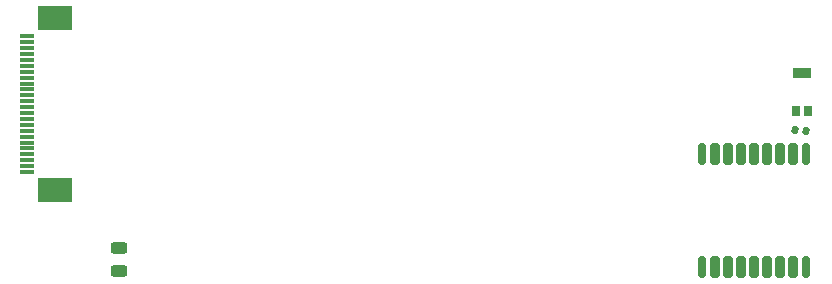
<source format=gbr>
%TF.GenerationSoftware,KiCad,Pcbnew,(6.0.2)*%
%TF.CreationDate,2022-04-10T10:34:04-06:00*%
%TF.ProjectId,SolarGPS,536f6c61-7247-4505-932e-6b696361645f,rev?*%
%TF.SameCoordinates,Original*%
%TF.FileFunction,Paste,Top*%
%TF.FilePolarity,Positive*%
%FSLAX46Y46*%
G04 Gerber Fmt 4.6, Leading zero omitted, Abs format (unit mm)*
G04 Created by KiCad (PCBNEW (6.0.2)) date 2022-04-10 10:34:04*
%MOMM*%
%LPD*%
G01*
G04 APERTURE LIST*
G04 Aperture macros list*
%AMRoundRect*
0 Rectangle with rounded corners*
0 $1 Rounding radius*
0 $2 $3 $4 $5 $6 $7 $8 $9 X,Y pos of 4 corners*
0 Add a 4 corners polygon primitive as box body*
4,1,4,$2,$3,$4,$5,$6,$7,$8,$9,$2,$3,0*
0 Add four circle primitives for the rounded corners*
1,1,$1+$1,$2,$3*
1,1,$1+$1,$4,$5*
1,1,$1+$1,$6,$7*
1,1,$1+$1,$8,$9*
0 Add four rect primitives between the rounded corners*
20,1,$1+$1,$2,$3,$4,$5,0*
20,1,$1+$1,$4,$5,$6,$7,0*
20,1,$1+$1,$6,$7,$8,$9,0*
20,1,$1+$1,$8,$9,$2,$3,0*%
%AMOutline4P*
0 Free polygon, 4 corners , with rotation*
0 The origin of the aperture is its center*
0 number of corners: always 4*
0 $1 to $8 corner X, Y*
0 $9 Rotation angle, in degrees counterclockwise*
0 create outline with 4 corners*
4,1,4,$1,$2,$3,$4,$5,$6,$7,$8,$1,$2,$9*%
G04 Aperture macros list end*
%ADD10R,1.250000X0.300000*%
%ADD11R,3.000000X2.000000*%
%ADD12RoundRect,0.243750X0.456250X-0.243750X0.456250X0.243750X-0.456250X0.243750X-0.456250X-0.243750X0*%
%ADD13RoundRect,0.147500X0.161973X0.158988X-0.131904X0.184699X-0.161973X-0.158988X0.131904X-0.184699X0*%
%ADD14RoundRect,0.175000X0.175000X-0.725000X0.175000X0.725000X-0.175000X0.725000X-0.175000X-0.725000X0*%
%ADD15RoundRect,0.200000X0.200000X-0.700000X0.200000X0.700000X-0.200000X0.700000X-0.200000X-0.700000X0*%
%ADD16Outline4P,-0.400000X-0.325000X0.400000X-0.325000X0.400000X0.325000X-0.400000X0.325000X270.000000*%
%ADD17Outline4P,-0.400000X-0.800000X0.400000X-0.800000X0.400000X0.800000X-0.400000X0.800000X270.000000*%
G04 APERTURE END LIST*
D10*
%TO.C,J1*%
X60800000Y-71750000D03*
X60800000Y-71250000D03*
X60800000Y-70750000D03*
X60800000Y-70250000D03*
X60800000Y-69750000D03*
X60800000Y-69250000D03*
X60800000Y-68750000D03*
X60800000Y-68250000D03*
X60800000Y-67750000D03*
X60800000Y-67250000D03*
X60800000Y-66750000D03*
X60800000Y-66250000D03*
X60800000Y-65750000D03*
X60800000Y-65250000D03*
X60800000Y-64750000D03*
X60800000Y-64250000D03*
X60800000Y-63750000D03*
X60800000Y-63250000D03*
X60800000Y-62750000D03*
X60800000Y-62250000D03*
X60800000Y-61750000D03*
X60800000Y-61250000D03*
X60800000Y-60750000D03*
X60800000Y-60250000D03*
D11*
X63125000Y-58710000D03*
X63125000Y-73290000D03*
%TD*%
D12*
%TO.C,D2*%
X68550000Y-80087500D03*
X68550000Y-78212500D03*
%TD*%
D13*
%TO.C,C1*%
X126733154Y-68292271D03*
X125766846Y-68207729D03*
%TD*%
D14*
%TO.C,U2*%
X117900000Y-79750000D03*
D15*
X119000000Y-79750000D03*
X120100000Y-79750000D03*
X121200000Y-79750000D03*
X122300000Y-79750000D03*
X123400000Y-79750000D03*
X124500000Y-79750000D03*
X125600000Y-79750000D03*
D14*
X126700000Y-79750000D03*
X126700000Y-70250000D03*
D15*
X125600000Y-70250000D03*
X124500000Y-70250000D03*
X123400000Y-70250000D03*
X122300000Y-70250000D03*
X121200000Y-70250000D03*
X120100000Y-70250000D03*
X119000000Y-70250000D03*
D14*
X117900000Y-70250000D03*
%TD*%
D16*
%TO.C,AE1*%
X125900000Y-66600000D03*
X126900000Y-66600000D03*
D17*
X126400000Y-63400000D03*
%TD*%
M02*

</source>
